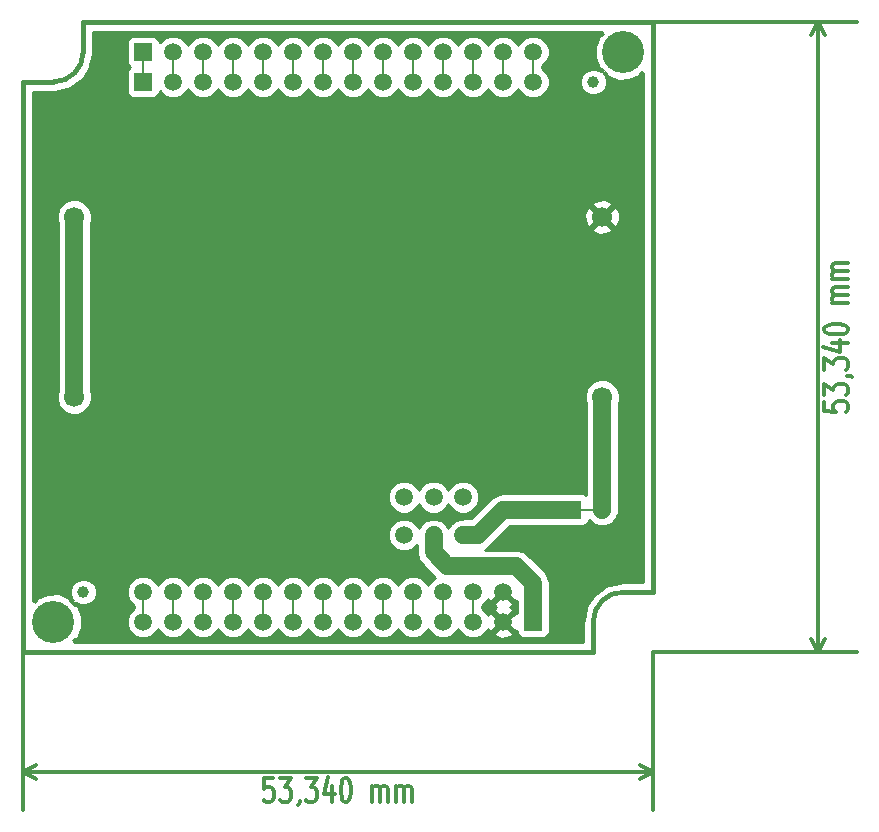
<source format=gtl>
G04 (created by PCBNEW (2013-mar-13)-testing) date Thu 27 Jun 2013 11:50:03 AM CEST*
%MOIN*%
G04 Gerber Fmt 3.4, Leading zero omitted, Abs format*
%FSLAX34Y34*%
G01*
G70*
G90*
G04 APERTURE LIST*
%ADD10C,0.005906*%
%ADD11C,0.015000*%
%ADD12C,0.012000*%
%ADD13C,0.059100*%
%ADD14C,0.066929*%
%ADD15C,0.140000*%
%ADD16R,0.060000X0.060000*%
%ADD17C,0.060000*%
%ADD18C,0.039370*%
%ADD19R,0.059100X0.059100*%
%ADD20C,0.028000*%
%ADD21C,0.060000*%
%ADD22C,0.008000*%
%ADD23C,0.006000*%
%ADD24C,0.010000*%
G04 APERTURE END LIST*
G54D10*
G54D11*
X44000Y-47500D02*
X44000Y-66500D01*
X25000Y-47500D02*
X44000Y-47500D01*
X23000Y-68500D02*
X23000Y-49500D01*
X42000Y-68500D02*
X23000Y-68500D01*
X42000Y-67500D02*
X42000Y-68500D01*
X43000Y-66500D02*
X44000Y-66500D01*
X24000Y-49500D02*
X23000Y-49500D01*
X25000Y-48500D02*
X25000Y-47500D01*
X24000Y-49500D02*
G75*
G03X25000Y-48500I0J1000D01*
G74*
G01*
X43000Y-66500D02*
G75*
G03X42000Y-67500I0J-1000D01*
G74*
G01*
G54D12*
X31328Y-72700D02*
X31042Y-72700D01*
X31014Y-73081D01*
X31042Y-73043D01*
X31099Y-73005D01*
X31242Y-73005D01*
X31299Y-73043D01*
X31328Y-73081D01*
X31357Y-73158D01*
X31357Y-73348D01*
X31328Y-73424D01*
X31299Y-73462D01*
X31242Y-73500D01*
X31099Y-73500D01*
X31042Y-73462D01*
X31014Y-73424D01*
X31557Y-72700D02*
X31928Y-72700D01*
X31728Y-73005D01*
X31814Y-73005D01*
X31871Y-73043D01*
X31899Y-73081D01*
X31928Y-73158D01*
X31928Y-73348D01*
X31899Y-73424D01*
X31871Y-73462D01*
X31814Y-73500D01*
X31642Y-73500D01*
X31585Y-73462D01*
X31557Y-73424D01*
X32214Y-73462D02*
X32214Y-73500D01*
X32185Y-73577D01*
X32157Y-73615D01*
X32414Y-72700D02*
X32785Y-72700D01*
X32585Y-73005D01*
X32671Y-73005D01*
X32728Y-73043D01*
X32757Y-73081D01*
X32785Y-73158D01*
X32785Y-73348D01*
X32757Y-73424D01*
X32728Y-73462D01*
X32671Y-73500D01*
X32500Y-73500D01*
X32442Y-73462D01*
X32414Y-73424D01*
X33300Y-72967D02*
X33300Y-73500D01*
X33157Y-72662D02*
X33014Y-73234D01*
X33385Y-73234D01*
X33728Y-72700D02*
X33785Y-72700D01*
X33842Y-72739D01*
X33871Y-72777D01*
X33900Y-72853D01*
X33928Y-73005D01*
X33928Y-73196D01*
X33900Y-73348D01*
X33871Y-73424D01*
X33842Y-73462D01*
X33785Y-73500D01*
X33728Y-73500D01*
X33671Y-73462D01*
X33642Y-73424D01*
X33614Y-73348D01*
X33585Y-73196D01*
X33585Y-73005D01*
X33614Y-72853D01*
X33642Y-72777D01*
X33671Y-72739D01*
X33728Y-72700D01*
X34642Y-73500D02*
X34642Y-72967D01*
X34642Y-73043D02*
X34671Y-73005D01*
X34728Y-72967D01*
X34814Y-72967D01*
X34871Y-73005D01*
X34900Y-73081D01*
X34900Y-73500D01*
X34900Y-73081D02*
X34928Y-73005D01*
X34985Y-72967D01*
X35071Y-72967D01*
X35128Y-73005D01*
X35157Y-73081D01*
X35157Y-73500D01*
X35442Y-73500D02*
X35442Y-72967D01*
X35442Y-73043D02*
X35471Y-73005D01*
X35528Y-72967D01*
X35614Y-72967D01*
X35671Y-73005D01*
X35700Y-73081D01*
X35700Y-73500D01*
X35700Y-73081D02*
X35728Y-73005D01*
X35785Y-72967D01*
X35871Y-72967D01*
X35928Y-73005D01*
X35957Y-73081D01*
X35957Y-73500D01*
X23000Y-72499D02*
X44000Y-72499D01*
X23000Y-68500D02*
X23000Y-73779D01*
X44000Y-68500D02*
X44000Y-73779D01*
X44000Y-72499D02*
X43557Y-72729D01*
X44000Y-72499D02*
X43557Y-72269D01*
X23000Y-72499D02*
X23443Y-72729D01*
X23000Y-72499D02*
X23443Y-72269D01*
X49701Y-60171D02*
X49701Y-60457D01*
X50082Y-60485D01*
X50044Y-60457D01*
X50006Y-60400D01*
X50006Y-60257D01*
X50044Y-60200D01*
X50082Y-60171D01*
X50159Y-60142D01*
X50349Y-60142D01*
X50425Y-60171D01*
X50463Y-60200D01*
X50501Y-60257D01*
X50501Y-60400D01*
X50463Y-60457D01*
X50425Y-60485D01*
X49701Y-59942D02*
X49701Y-59571D01*
X50006Y-59771D01*
X50006Y-59685D01*
X50044Y-59628D01*
X50082Y-59600D01*
X50159Y-59571D01*
X50349Y-59571D01*
X50425Y-59600D01*
X50463Y-59628D01*
X50501Y-59685D01*
X50501Y-59857D01*
X50463Y-59914D01*
X50425Y-59942D01*
X50463Y-59285D02*
X50501Y-59285D01*
X50578Y-59314D01*
X50616Y-59342D01*
X49701Y-59085D02*
X49701Y-58714D01*
X50006Y-58914D01*
X50006Y-58828D01*
X50044Y-58771D01*
X50082Y-58742D01*
X50159Y-58714D01*
X50349Y-58714D01*
X50425Y-58742D01*
X50463Y-58771D01*
X50501Y-58828D01*
X50501Y-59000D01*
X50463Y-59057D01*
X50425Y-59085D01*
X49968Y-58200D02*
X50501Y-58200D01*
X49663Y-58342D02*
X50235Y-58485D01*
X50235Y-58114D01*
X49701Y-57771D02*
X49701Y-57714D01*
X49740Y-57657D01*
X49778Y-57628D01*
X49854Y-57600D01*
X50006Y-57571D01*
X50197Y-57571D01*
X50349Y-57600D01*
X50425Y-57628D01*
X50463Y-57657D01*
X50501Y-57714D01*
X50501Y-57771D01*
X50463Y-57828D01*
X50425Y-57857D01*
X50349Y-57885D01*
X50197Y-57914D01*
X50006Y-57914D01*
X49854Y-57885D01*
X49778Y-57857D01*
X49740Y-57828D01*
X49701Y-57771D01*
X50501Y-56857D02*
X49968Y-56857D01*
X50044Y-56857D02*
X50006Y-56828D01*
X49968Y-56771D01*
X49968Y-56685D01*
X50006Y-56628D01*
X50082Y-56599D01*
X50501Y-56599D01*
X50082Y-56599D02*
X50006Y-56571D01*
X49968Y-56514D01*
X49968Y-56428D01*
X50006Y-56371D01*
X50082Y-56342D01*
X50501Y-56342D01*
X50501Y-56057D02*
X49968Y-56057D01*
X50044Y-56057D02*
X50006Y-56028D01*
X49968Y-55971D01*
X49968Y-55885D01*
X50006Y-55828D01*
X50082Y-55799D01*
X50501Y-55799D01*
X50082Y-55799D02*
X50006Y-55771D01*
X49968Y-55714D01*
X49968Y-55628D01*
X50006Y-55571D01*
X50082Y-55542D01*
X50501Y-55542D01*
X49500Y-68500D02*
X49500Y-47500D01*
X44000Y-68500D02*
X50780Y-68500D01*
X44000Y-47500D02*
X50780Y-47500D01*
X49500Y-47500D02*
X49730Y-47943D01*
X49500Y-47500D02*
X49270Y-47943D01*
X49500Y-68500D02*
X49730Y-68057D01*
X49500Y-68500D02*
X49270Y-68057D01*
G54D13*
X36677Y-63338D03*
X35693Y-63338D03*
X37661Y-63338D03*
X37661Y-64598D03*
X36677Y-64598D03*
X35693Y-64598D03*
G54D14*
X24701Y-60000D03*
X42299Y-60000D03*
X42299Y-54000D03*
X24701Y-54000D03*
G54D15*
X43000Y-48500D03*
X24000Y-67500D03*
G54D16*
X41300Y-63760D03*
G54D17*
X42300Y-63760D03*
G54D18*
X25000Y-66500D03*
X42000Y-49500D03*
G54D13*
X40000Y-49500D03*
X39000Y-49500D03*
X38000Y-49500D03*
X37000Y-49500D03*
X36000Y-49500D03*
X35000Y-49500D03*
X34000Y-49500D03*
X33000Y-49500D03*
X32000Y-49500D03*
X31000Y-49500D03*
X30000Y-49500D03*
X29000Y-49500D03*
X28000Y-49500D03*
G54D19*
X27000Y-49500D03*
X27000Y-48500D03*
G54D13*
X28000Y-48500D03*
X29000Y-48500D03*
X30000Y-48500D03*
X31000Y-48500D03*
X32000Y-48500D03*
X33000Y-48500D03*
X34000Y-48500D03*
X35000Y-48500D03*
X36000Y-48500D03*
X37000Y-48500D03*
X38000Y-48500D03*
X39000Y-48500D03*
X40000Y-48500D03*
X27000Y-66500D03*
X28000Y-66500D03*
X29000Y-66500D03*
X30000Y-66500D03*
X31000Y-66500D03*
X32000Y-66500D03*
X33000Y-66500D03*
X34000Y-66500D03*
X35000Y-66500D03*
X36000Y-66500D03*
X37000Y-66500D03*
X38000Y-66500D03*
X39000Y-66500D03*
G54D19*
X40000Y-66500D03*
X40000Y-67500D03*
G54D13*
X39000Y-67500D03*
X38000Y-67500D03*
X37000Y-67500D03*
X36000Y-67500D03*
X35000Y-67500D03*
X34000Y-67500D03*
X33000Y-67500D03*
X32000Y-67500D03*
X31000Y-67500D03*
X30000Y-67500D03*
X29000Y-67500D03*
X28000Y-67500D03*
X27000Y-67500D03*
G54D20*
X33500Y-61500D03*
X41500Y-50500D03*
X33500Y-52500D03*
X33500Y-55500D03*
X27500Y-54000D03*
X39000Y-54000D03*
X33500Y-58500D03*
X39000Y-60000D03*
X28000Y-60000D03*
G54D21*
X40000Y-66500D02*
X40000Y-66200D01*
X40000Y-66200D02*
X39440Y-65640D01*
X40000Y-67500D02*
X40000Y-66975D01*
X40000Y-66975D02*
X40000Y-66500D01*
X37140Y-65640D02*
X36677Y-65177D01*
X39440Y-65640D02*
X37140Y-65640D01*
G54D22*
X36677Y-65177D02*
X36677Y-64598D01*
G54D21*
X36677Y-64598D02*
X36677Y-65177D01*
G54D22*
X27000Y-66500D02*
X27000Y-67500D01*
X31000Y-48500D02*
X31000Y-49500D01*
X35000Y-48500D02*
X35000Y-49500D01*
X36000Y-48500D02*
X36000Y-49500D01*
X37000Y-48500D02*
X37000Y-49500D01*
X38000Y-48500D02*
X38000Y-49500D01*
X39000Y-49500D02*
X39000Y-48500D01*
X40000Y-48500D02*
X40000Y-49500D01*
X27000Y-48500D02*
X27000Y-49500D01*
X28000Y-48500D02*
X28000Y-49500D01*
X33000Y-48500D02*
X33000Y-49500D01*
X32000Y-48500D02*
X32000Y-49500D01*
X29000Y-48500D02*
X29000Y-49500D01*
X30000Y-48500D02*
X30000Y-49500D01*
X34000Y-48500D02*
X34000Y-49500D01*
X29000Y-67500D02*
X29000Y-66500D01*
X28000Y-66500D02*
X28000Y-67500D01*
G54D21*
X42300Y-63760D02*
X42300Y-60001D01*
X42300Y-60001D02*
X42299Y-60000D01*
X38990Y-63760D02*
X41300Y-63760D01*
G54D23*
X42300Y-63760D02*
X41300Y-63760D01*
G54D21*
X38151Y-64598D02*
X38990Y-63760D01*
X37661Y-64598D02*
X38151Y-64598D01*
X33500Y-60000D02*
X33500Y-61500D01*
X33500Y-54000D02*
X33500Y-52500D01*
X33500Y-54000D02*
X33500Y-55500D01*
X39000Y-54000D02*
X33500Y-54000D01*
X33500Y-54000D02*
X27500Y-54000D01*
X33500Y-60000D02*
X33500Y-58500D01*
X39000Y-60000D02*
X33500Y-60000D01*
X33500Y-60000D02*
X28000Y-60000D01*
X24701Y-54000D02*
X24701Y-60000D01*
G54D22*
X30000Y-66500D02*
X30000Y-67500D01*
X37000Y-66500D02*
X37000Y-67500D01*
X36000Y-66500D02*
X36000Y-67500D01*
X31000Y-66500D02*
X31000Y-67500D01*
X33000Y-66500D02*
X33000Y-67500D01*
X34000Y-66500D02*
X34000Y-67500D01*
X35000Y-66500D02*
X35000Y-67500D01*
X32000Y-66500D02*
X32000Y-67500D01*
X38000Y-66500D02*
X38000Y-67500D01*
G54D10*
G36*
X24076Y-67505D02*
X24005Y-67576D01*
X24000Y-67570D01*
X23994Y-67576D01*
X23923Y-67505D01*
X23929Y-67500D01*
X23923Y-67494D01*
X23994Y-67423D01*
X24000Y-67429D01*
X24005Y-67423D01*
X24076Y-67494D01*
X24070Y-67500D01*
X24076Y-67505D01*
X24076Y-67505D01*
G37*
G54D24*
X24076Y-67505D02*
X24005Y-67576D01*
X24000Y-67570D01*
X23994Y-67576D01*
X23923Y-67505D01*
X23929Y-67500D01*
X23923Y-67494D01*
X23994Y-67423D01*
X24000Y-67429D01*
X24005Y-67423D01*
X24076Y-67494D01*
X24070Y-67500D01*
X24076Y-67505D01*
G54D10*
G36*
X43076Y-48505D02*
X43005Y-48576D01*
X43000Y-48570D01*
X42994Y-48576D01*
X42929Y-48511D01*
X42923Y-48505D01*
X42929Y-48500D01*
X42923Y-48494D01*
X42994Y-48423D01*
X43000Y-48429D01*
X43005Y-48423D01*
X43076Y-48494D01*
X43070Y-48500D01*
X43076Y-48505D01*
X43076Y-48505D01*
G37*
G54D24*
X43076Y-48505D02*
X43005Y-48576D01*
X43000Y-48570D01*
X42994Y-48576D01*
X42929Y-48511D01*
X42923Y-48505D01*
X42929Y-48500D01*
X42923Y-48494D01*
X42994Y-48423D01*
X43000Y-48429D01*
X43005Y-48423D01*
X43076Y-48494D01*
X43070Y-48500D01*
X43076Y-48505D01*
G54D10*
G36*
X43675Y-66175D02*
X43604Y-66175D01*
X43000Y-66175D01*
X42968Y-66181D01*
X42936Y-66181D01*
X42888Y-66190D01*
X42888Y-54090D01*
X42877Y-53857D01*
X42808Y-53691D01*
X42710Y-53659D01*
X42639Y-53730D01*
X42639Y-53588D01*
X42607Y-53490D01*
X42446Y-53431D01*
X42389Y-53410D01*
X42156Y-53421D01*
X41990Y-53490D01*
X41958Y-53588D01*
X42299Y-53929D01*
X42639Y-53588D01*
X42639Y-53730D01*
X42369Y-54000D01*
X42710Y-54340D01*
X42808Y-54308D01*
X42888Y-54090D01*
X42888Y-66190D01*
X42883Y-66191D01*
X42883Y-59884D01*
X42794Y-59669D01*
X42639Y-59513D01*
X42639Y-54411D01*
X42299Y-54070D01*
X42228Y-54141D01*
X42228Y-54000D01*
X41887Y-53659D01*
X41789Y-53691D01*
X41709Y-53909D01*
X41720Y-54142D01*
X41789Y-54308D01*
X41887Y-54340D01*
X42228Y-54000D01*
X42228Y-54141D01*
X41958Y-54411D01*
X41990Y-54509D01*
X42208Y-54589D01*
X42441Y-54578D01*
X42607Y-54509D01*
X42639Y-54411D01*
X42639Y-59513D01*
X42630Y-59504D01*
X42415Y-59415D01*
X42183Y-59415D01*
X41968Y-59504D01*
X41803Y-59668D01*
X41714Y-59883D01*
X41714Y-60115D01*
X41750Y-60202D01*
X41750Y-63256D01*
X41741Y-63248D01*
X41649Y-63210D01*
X41550Y-63210D01*
X41300Y-63210D01*
X40950Y-63210D01*
X40545Y-63210D01*
X40545Y-49391D01*
X40462Y-49191D01*
X40309Y-49037D01*
X40290Y-49029D01*
X40290Y-48970D01*
X40308Y-48962D01*
X40462Y-48809D01*
X40545Y-48608D01*
X40545Y-48391D01*
X40462Y-48191D01*
X40309Y-48037D01*
X40108Y-47954D01*
X39891Y-47954D01*
X39691Y-48037D01*
X39537Y-48190D01*
X39500Y-48281D01*
X39462Y-48191D01*
X39309Y-48037D01*
X39108Y-47954D01*
X38891Y-47954D01*
X38691Y-48037D01*
X38537Y-48190D01*
X38500Y-48281D01*
X38462Y-48191D01*
X38309Y-48037D01*
X38108Y-47954D01*
X37891Y-47954D01*
X37691Y-48037D01*
X37537Y-48190D01*
X37500Y-48281D01*
X37462Y-48191D01*
X37309Y-48037D01*
X37108Y-47954D01*
X36891Y-47954D01*
X36691Y-48037D01*
X36537Y-48190D01*
X36500Y-48281D01*
X36462Y-48191D01*
X36309Y-48037D01*
X36108Y-47954D01*
X35891Y-47954D01*
X35691Y-48037D01*
X35537Y-48190D01*
X35500Y-48281D01*
X35462Y-48191D01*
X35309Y-48037D01*
X35108Y-47954D01*
X34891Y-47954D01*
X34691Y-48037D01*
X34537Y-48190D01*
X34500Y-48281D01*
X34462Y-48191D01*
X34309Y-48037D01*
X34108Y-47954D01*
X33891Y-47954D01*
X33691Y-48037D01*
X33537Y-48190D01*
X33500Y-48281D01*
X33462Y-48191D01*
X33309Y-48037D01*
X33108Y-47954D01*
X32891Y-47954D01*
X32691Y-48037D01*
X32537Y-48190D01*
X32500Y-48281D01*
X32462Y-48191D01*
X32309Y-48037D01*
X32108Y-47954D01*
X31891Y-47954D01*
X31691Y-48037D01*
X31537Y-48190D01*
X31500Y-48281D01*
X31462Y-48191D01*
X31309Y-48037D01*
X31108Y-47954D01*
X30891Y-47954D01*
X30691Y-48037D01*
X30537Y-48190D01*
X30500Y-48281D01*
X30462Y-48191D01*
X30309Y-48037D01*
X30108Y-47954D01*
X29891Y-47954D01*
X29691Y-48037D01*
X29537Y-48190D01*
X29500Y-48281D01*
X29462Y-48191D01*
X29309Y-48037D01*
X29108Y-47954D01*
X28891Y-47954D01*
X28691Y-48037D01*
X28537Y-48190D01*
X28500Y-48281D01*
X28462Y-48191D01*
X28309Y-48037D01*
X28108Y-47954D01*
X27891Y-47954D01*
X27691Y-48037D01*
X27545Y-48182D01*
X27545Y-48154D01*
X27507Y-48062D01*
X27437Y-47992D01*
X27345Y-47954D01*
X27245Y-47954D01*
X26654Y-47954D01*
X26562Y-47992D01*
X26492Y-48062D01*
X26454Y-48154D01*
X26454Y-48254D01*
X26454Y-48845D01*
X26492Y-48937D01*
X26555Y-49000D01*
X26492Y-49062D01*
X26454Y-49154D01*
X26454Y-49254D01*
X26454Y-49845D01*
X26492Y-49937D01*
X26562Y-50007D01*
X26654Y-50045D01*
X26754Y-50045D01*
X27345Y-50045D01*
X27437Y-50007D01*
X27507Y-49937D01*
X27545Y-49845D01*
X27545Y-49816D01*
X27690Y-49962D01*
X27891Y-50045D01*
X28108Y-50045D01*
X28308Y-49962D01*
X28462Y-49809D01*
X28499Y-49718D01*
X28537Y-49808D01*
X28690Y-49962D01*
X28891Y-50045D01*
X29108Y-50045D01*
X29308Y-49962D01*
X29462Y-49809D01*
X29499Y-49718D01*
X29537Y-49808D01*
X29690Y-49962D01*
X29891Y-50045D01*
X30108Y-50045D01*
X30308Y-49962D01*
X30462Y-49809D01*
X30499Y-49718D01*
X30537Y-49808D01*
X30690Y-49962D01*
X30891Y-50045D01*
X31108Y-50045D01*
X31308Y-49962D01*
X31462Y-49809D01*
X31499Y-49718D01*
X31537Y-49808D01*
X31690Y-49962D01*
X31891Y-50045D01*
X32108Y-50045D01*
X32308Y-49962D01*
X32462Y-49809D01*
X32499Y-49718D01*
X32537Y-49808D01*
X32690Y-49962D01*
X32891Y-50045D01*
X33108Y-50045D01*
X33308Y-49962D01*
X33462Y-49809D01*
X33499Y-49718D01*
X33537Y-49808D01*
X33690Y-49962D01*
X33891Y-50045D01*
X34108Y-50045D01*
X34308Y-49962D01*
X34462Y-49809D01*
X34499Y-49718D01*
X34537Y-49808D01*
X34690Y-49962D01*
X34891Y-50045D01*
X35108Y-50045D01*
X35308Y-49962D01*
X35462Y-49809D01*
X35499Y-49718D01*
X35537Y-49808D01*
X35690Y-49962D01*
X35891Y-50045D01*
X36108Y-50045D01*
X36308Y-49962D01*
X36462Y-49809D01*
X36499Y-49718D01*
X36537Y-49808D01*
X36690Y-49962D01*
X36891Y-50045D01*
X37108Y-50045D01*
X37308Y-49962D01*
X37462Y-49809D01*
X37499Y-49718D01*
X37537Y-49808D01*
X37690Y-49962D01*
X37891Y-50045D01*
X38108Y-50045D01*
X38308Y-49962D01*
X38462Y-49809D01*
X38499Y-49718D01*
X38537Y-49808D01*
X38690Y-49962D01*
X38891Y-50045D01*
X39108Y-50045D01*
X39308Y-49962D01*
X39462Y-49809D01*
X39499Y-49718D01*
X39537Y-49808D01*
X39690Y-49962D01*
X39891Y-50045D01*
X40108Y-50045D01*
X40308Y-49962D01*
X40462Y-49809D01*
X40545Y-49608D01*
X40545Y-49391D01*
X40545Y-63210D01*
X38990Y-63210D01*
X38779Y-63251D01*
X38601Y-63371D01*
X38206Y-63765D01*
X38206Y-63230D01*
X38123Y-63029D01*
X37970Y-62876D01*
X37770Y-62793D01*
X37553Y-62792D01*
X37352Y-62875D01*
X37198Y-63029D01*
X37169Y-63100D01*
X37139Y-63029D01*
X36986Y-62876D01*
X36786Y-62793D01*
X36569Y-62792D01*
X36368Y-62875D01*
X36214Y-63029D01*
X36185Y-63100D01*
X36155Y-63029D01*
X36002Y-62876D01*
X35802Y-62793D01*
X35585Y-62792D01*
X35384Y-62875D01*
X35230Y-63029D01*
X35147Y-63229D01*
X35147Y-63446D01*
X35230Y-63647D01*
X35383Y-63800D01*
X35584Y-63883D01*
X35801Y-63884D01*
X36001Y-63801D01*
X36155Y-63647D01*
X36185Y-63576D01*
X36214Y-63647D01*
X36367Y-63800D01*
X36568Y-63883D01*
X36785Y-63884D01*
X36985Y-63801D01*
X37139Y-63647D01*
X37169Y-63576D01*
X37198Y-63647D01*
X37351Y-63800D01*
X37552Y-63883D01*
X37769Y-63884D01*
X37969Y-63801D01*
X38123Y-63647D01*
X38206Y-63447D01*
X38206Y-63230D01*
X38206Y-63765D01*
X37923Y-64048D01*
X37661Y-64048D01*
X37638Y-64052D01*
X37553Y-64052D01*
X37473Y-64085D01*
X37450Y-64090D01*
X37431Y-64103D01*
X37352Y-64135D01*
X37291Y-64196D01*
X37272Y-64209D01*
X37259Y-64228D01*
X37198Y-64289D01*
X37169Y-64360D01*
X37139Y-64289D01*
X37078Y-64228D01*
X37066Y-64209D01*
X37046Y-64196D01*
X36986Y-64136D01*
X36906Y-64103D01*
X36887Y-64090D01*
X36865Y-64085D01*
X36786Y-64053D01*
X36699Y-64053D01*
X36677Y-64048D01*
X36654Y-64052D01*
X36569Y-64052D01*
X36489Y-64085D01*
X36466Y-64090D01*
X36447Y-64103D01*
X36368Y-64135D01*
X36307Y-64196D01*
X36288Y-64209D01*
X36275Y-64228D01*
X36214Y-64289D01*
X36185Y-64360D01*
X36155Y-64289D01*
X36002Y-64136D01*
X35802Y-64053D01*
X35585Y-64052D01*
X35384Y-64135D01*
X35230Y-64289D01*
X35147Y-64489D01*
X35147Y-64706D01*
X35230Y-64907D01*
X35383Y-65060D01*
X35584Y-65143D01*
X35801Y-65144D01*
X36001Y-65061D01*
X36127Y-64936D01*
X36127Y-65177D01*
X36169Y-65387D01*
X36288Y-65566D01*
X36739Y-66017D01*
X36691Y-66037D01*
X36537Y-66190D01*
X36500Y-66281D01*
X36462Y-66191D01*
X36309Y-66037D01*
X36108Y-65954D01*
X35891Y-65954D01*
X35691Y-66037D01*
X35537Y-66190D01*
X35500Y-66281D01*
X35462Y-66191D01*
X35309Y-66037D01*
X35108Y-65954D01*
X34891Y-65954D01*
X34691Y-66037D01*
X34537Y-66190D01*
X34500Y-66281D01*
X34462Y-66191D01*
X34309Y-66037D01*
X34108Y-65954D01*
X33891Y-65954D01*
X33691Y-66037D01*
X33537Y-66190D01*
X33500Y-66281D01*
X33462Y-66191D01*
X33309Y-66037D01*
X33108Y-65954D01*
X32891Y-65954D01*
X32691Y-66037D01*
X32537Y-66190D01*
X32500Y-66281D01*
X32462Y-66191D01*
X32309Y-66037D01*
X32108Y-65954D01*
X31891Y-65954D01*
X31691Y-66037D01*
X31537Y-66190D01*
X31500Y-66281D01*
X31462Y-66191D01*
X31309Y-66037D01*
X31108Y-65954D01*
X30891Y-65954D01*
X30691Y-66037D01*
X30537Y-66190D01*
X30500Y-66281D01*
X30462Y-66191D01*
X30309Y-66037D01*
X30108Y-65954D01*
X29891Y-65954D01*
X29691Y-66037D01*
X29537Y-66190D01*
X29500Y-66281D01*
X29462Y-66191D01*
X29309Y-66037D01*
X29108Y-65954D01*
X28891Y-65954D01*
X28691Y-66037D01*
X28537Y-66190D01*
X28500Y-66281D01*
X28462Y-66191D01*
X28309Y-66037D01*
X28108Y-65954D01*
X27891Y-65954D01*
X27691Y-66037D01*
X27537Y-66190D01*
X27500Y-66281D01*
X27462Y-66191D01*
X27309Y-66037D01*
X27108Y-65954D01*
X26891Y-65954D01*
X26691Y-66037D01*
X26537Y-66190D01*
X26454Y-66391D01*
X26454Y-66608D01*
X26537Y-66808D01*
X26690Y-66962D01*
X26710Y-66970D01*
X26710Y-67029D01*
X26691Y-67037D01*
X26537Y-67190D01*
X26454Y-67391D01*
X26454Y-67608D01*
X26537Y-67808D01*
X26690Y-67962D01*
X26891Y-68045D01*
X27108Y-68045D01*
X27308Y-67962D01*
X27462Y-67809D01*
X27499Y-67718D01*
X27537Y-67808D01*
X27690Y-67962D01*
X27891Y-68045D01*
X28108Y-68045D01*
X28308Y-67962D01*
X28462Y-67809D01*
X28499Y-67718D01*
X28537Y-67808D01*
X28690Y-67962D01*
X28891Y-68045D01*
X29108Y-68045D01*
X29308Y-67962D01*
X29462Y-67809D01*
X29499Y-67718D01*
X29537Y-67808D01*
X29690Y-67962D01*
X29891Y-68045D01*
X30108Y-68045D01*
X30308Y-67962D01*
X30462Y-67809D01*
X30499Y-67718D01*
X30537Y-67808D01*
X30690Y-67962D01*
X30891Y-68045D01*
X31108Y-68045D01*
X31308Y-67962D01*
X31462Y-67809D01*
X31499Y-67718D01*
X31537Y-67808D01*
X31690Y-67962D01*
X31891Y-68045D01*
X32108Y-68045D01*
X32308Y-67962D01*
X32462Y-67809D01*
X32499Y-67718D01*
X32537Y-67808D01*
X32690Y-67962D01*
X32891Y-68045D01*
X33108Y-68045D01*
X33308Y-67962D01*
X33462Y-67809D01*
X33499Y-67718D01*
X33537Y-67808D01*
X33690Y-67962D01*
X33891Y-68045D01*
X34108Y-68045D01*
X34308Y-67962D01*
X34462Y-67809D01*
X34499Y-67718D01*
X34537Y-67808D01*
X34690Y-67962D01*
X34891Y-68045D01*
X35108Y-68045D01*
X35308Y-67962D01*
X35462Y-67809D01*
X35499Y-67718D01*
X35537Y-67808D01*
X35690Y-67962D01*
X35891Y-68045D01*
X36108Y-68045D01*
X36308Y-67962D01*
X36462Y-67809D01*
X36499Y-67718D01*
X36537Y-67808D01*
X36690Y-67962D01*
X36891Y-68045D01*
X37108Y-68045D01*
X37308Y-67962D01*
X37462Y-67809D01*
X37499Y-67718D01*
X37537Y-67808D01*
X37690Y-67962D01*
X37891Y-68045D01*
X38108Y-68045D01*
X38308Y-67962D01*
X38462Y-67809D01*
X38497Y-67724D01*
X38522Y-67785D01*
X38617Y-67811D01*
X38929Y-67500D01*
X38617Y-67188D01*
X38522Y-67214D01*
X38499Y-67279D01*
X38462Y-67191D01*
X38309Y-67037D01*
X38290Y-67029D01*
X38290Y-66970D01*
X38308Y-66962D01*
X38462Y-66809D01*
X38497Y-66724D01*
X38522Y-66785D01*
X38617Y-66811D01*
X38929Y-66500D01*
X38923Y-66494D01*
X38994Y-66423D01*
X39000Y-66429D01*
X39005Y-66423D01*
X39076Y-66494D01*
X39070Y-66500D01*
X39382Y-66811D01*
X39450Y-66792D01*
X39450Y-66975D01*
X39450Y-67207D01*
X39382Y-67188D01*
X39311Y-67258D01*
X39311Y-67117D01*
X39285Y-67022D01*
X39226Y-67001D01*
X39285Y-66977D01*
X39311Y-66882D01*
X39000Y-66570D01*
X38688Y-66882D01*
X38714Y-66977D01*
X38773Y-66998D01*
X38714Y-67022D01*
X38688Y-67117D01*
X39000Y-67429D01*
X39311Y-67117D01*
X39311Y-67258D01*
X39070Y-67500D01*
X39382Y-67811D01*
X39454Y-67791D01*
X39454Y-67845D01*
X39492Y-67937D01*
X39562Y-68007D01*
X39654Y-68045D01*
X39754Y-68045D01*
X39977Y-68045D01*
X40000Y-68050D01*
X40022Y-68045D01*
X40345Y-68045D01*
X40437Y-68007D01*
X40507Y-67937D01*
X40545Y-67845D01*
X40545Y-67745D01*
X40545Y-67522D01*
X40550Y-67500D01*
X40550Y-66975D01*
X40550Y-66500D01*
X40550Y-66200D01*
X40545Y-66177D01*
X40545Y-66177D01*
X40545Y-66154D01*
X40536Y-66133D01*
X40508Y-65989D01*
X40388Y-65811D01*
X39828Y-65251D01*
X39650Y-65131D01*
X39440Y-65090D01*
X38386Y-65090D01*
X38540Y-64987D01*
X39217Y-64310D01*
X40950Y-64310D01*
X41049Y-64310D01*
X41300Y-64310D01*
X41649Y-64310D01*
X41741Y-64271D01*
X41811Y-64201D01*
X41850Y-64109D01*
X41850Y-64087D01*
X41988Y-64225D01*
X42089Y-64268D01*
X42190Y-64309D01*
X42300Y-64310D01*
X42408Y-64310D01*
X42510Y-64268D01*
X42611Y-64226D01*
X42688Y-64148D01*
X42765Y-64071D01*
X42808Y-63970D01*
X42849Y-63869D01*
X42850Y-63760D01*
X42850Y-63651D01*
X42850Y-63650D01*
X42850Y-60197D01*
X42883Y-60116D01*
X42883Y-59884D01*
X42883Y-66191D01*
X42553Y-66257D01*
X42553Y-66257D01*
X42495Y-66281D01*
X42436Y-66305D01*
X42436Y-66305D01*
X42112Y-66522D01*
X42112Y-66522D01*
X42022Y-66612D01*
X41805Y-66936D01*
X41805Y-66936D01*
X41771Y-67019D01*
X41757Y-67053D01*
X41757Y-67053D01*
X41681Y-67436D01*
X41681Y-67468D01*
X41675Y-67500D01*
X41675Y-68175D01*
X39311Y-68175D01*
X39311Y-67882D01*
X39000Y-67570D01*
X38688Y-67882D01*
X38714Y-67977D01*
X38919Y-68050D01*
X39136Y-68039D01*
X39285Y-67977D01*
X39311Y-67882D01*
X39311Y-68175D01*
X25446Y-68175D01*
X24952Y-68175D01*
X24693Y-68175D01*
X24719Y-68148D01*
X24675Y-68104D01*
X24811Y-68028D01*
X24952Y-67677D01*
X24947Y-67299D01*
X24811Y-66971D01*
X24675Y-66895D01*
X24719Y-66851D01*
X24746Y-66878D01*
X24910Y-66946D01*
X25088Y-66946D01*
X25252Y-66879D01*
X25378Y-66753D01*
X25446Y-66589D01*
X25446Y-66411D01*
X25379Y-66247D01*
X25285Y-66153D01*
X25285Y-59884D01*
X25251Y-59800D01*
X25251Y-54199D01*
X25285Y-54116D01*
X25285Y-53884D01*
X25196Y-53669D01*
X25032Y-53504D01*
X24817Y-53415D01*
X24585Y-53415D01*
X24370Y-53504D01*
X24205Y-53668D01*
X24116Y-53883D01*
X24116Y-54115D01*
X24151Y-54199D01*
X24151Y-59800D01*
X24116Y-59883D01*
X24116Y-60115D01*
X24205Y-60330D01*
X24369Y-60495D01*
X24584Y-60584D01*
X24816Y-60584D01*
X25031Y-60495D01*
X25196Y-60331D01*
X25285Y-60116D01*
X25285Y-59884D01*
X25285Y-66153D01*
X25253Y-66121D01*
X25089Y-66053D01*
X24911Y-66053D01*
X24747Y-66120D01*
X24621Y-66246D01*
X24553Y-66410D01*
X24553Y-66588D01*
X24620Y-66752D01*
X24648Y-66780D01*
X24604Y-66824D01*
X24528Y-66688D01*
X24177Y-66547D01*
X23799Y-66552D01*
X23471Y-66688D01*
X23395Y-66824D01*
X23351Y-66780D01*
X23325Y-66806D01*
X23325Y-49825D01*
X24000Y-49825D01*
X24031Y-49818D01*
X24063Y-49818D01*
X24446Y-49742D01*
X24446Y-49742D01*
X24446Y-49742D01*
X24480Y-49728D01*
X24563Y-49694D01*
X24563Y-49694D01*
X24563Y-49694D01*
X24887Y-49477D01*
X24887Y-49477D01*
X24977Y-49387D01*
X24977Y-49387D01*
X24977Y-49387D01*
X25194Y-49063D01*
X25194Y-49063D01*
X25194Y-49063D01*
X25218Y-49004D01*
X25242Y-48946D01*
X25242Y-48946D01*
X25242Y-48946D01*
X25318Y-48563D01*
X25318Y-48531D01*
X25325Y-48500D01*
X25325Y-47825D01*
X42306Y-47825D01*
X42280Y-47851D01*
X42324Y-47895D01*
X42188Y-47971D01*
X42047Y-48322D01*
X42052Y-48700D01*
X42188Y-49028D01*
X42324Y-49104D01*
X42280Y-49148D01*
X42253Y-49121D01*
X42089Y-49053D01*
X41911Y-49053D01*
X41747Y-49120D01*
X41621Y-49246D01*
X41553Y-49410D01*
X41553Y-49588D01*
X41620Y-49752D01*
X41746Y-49878D01*
X41910Y-49946D01*
X42088Y-49946D01*
X42252Y-49879D01*
X42378Y-49753D01*
X42446Y-49589D01*
X42446Y-49411D01*
X42379Y-49247D01*
X42351Y-49219D01*
X42395Y-49175D01*
X42471Y-49311D01*
X42822Y-49452D01*
X43200Y-49447D01*
X43528Y-49311D01*
X43604Y-49175D01*
X43604Y-49175D01*
X43648Y-49219D01*
X43675Y-49193D01*
X43675Y-66175D01*
X43675Y-66175D01*
G37*
G54D24*
X43675Y-66175D02*
X43604Y-66175D01*
X43000Y-66175D01*
X42968Y-66181D01*
X42936Y-66181D01*
X42888Y-66190D01*
X42888Y-54090D01*
X42877Y-53857D01*
X42808Y-53691D01*
X42710Y-53659D01*
X42639Y-53730D01*
X42639Y-53588D01*
X42607Y-53490D01*
X42446Y-53431D01*
X42389Y-53410D01*
X42156Y-53421D01*
X41990Y-53490D01*
X41958Y-53588D01*
X42299Y-53929D01*
X42639Y-53588D01*
X42639Y-53730D01*
X42369Y-54000D01*
X42710Y-54340D01*
X42808Y-54308D01*
X42888Y-54090D01*
X42888Y-66190D01*
X42883Y-66191D01*
X42883Y-59884D01*
X42794Y-59669D01*
X42639Y-59513D01*
X42639Y-54411D01*
X42299Y-54070D01*
X42228Y-54141D01*
X42228Y-54000D01*
X41887Y-53659D01*
X41789Y-53691D01*
X41709Y-53909D01*
X41720Y-54142D01*
X41789Y-54308D01*
X41887Y-54340D01*
X42228Y-54000D01*
X42228Y-54141D01*
X41958Y-54411D01*
X41990Y-54509D01*
X42208Y-54589D01*
X42441Y-54578D01*
X42607Y-54509D01*
X42639Y-54411D01*
X42639Y-59513D01*
X42630Y-59504D01*
X42415Y-59415D01*
X42183Y-59415D01*
X41968Y-59504D01*
X41803Y-59668D01*
X41714Y-59883D01*
X41714Y-60115D01*
X41750Y-60202D01*
X41750Y-63256D01*
X41741Y-63248D01*
X41649Y-63210D01*
X41550Y-63210D01*
X41300Y-63210D01*
X40950Y-63210D01*
X40545Y-63210D01*
X40545Y-49391D01*
X40462Y-49191D01*
X40309Y-49037D01*
X40290Y-49029D01*
X40290Y-48970D01*
X40308Y-48962D01*
X40462Y-48809D01*
X40545Y-48608D01*
X40545Y-48391D01*
X40462Y-48191D01*
X40309Y-48037D01*
X40108Y-47954D01*
X39891Y-47954D01*
X39691Y-48037D01*
X39537Y-48190D01*
X39500Y-48281D01*
X39462Y-48191D01*
X39309Y-48037D01*
X39108Y-47954D01*
X38891Y-47954D01*
X38691Y-48037D01*
X38537Y-48190D01*
X38500Y-48281D01*
X38462Y-48191D01*
X38309Y-48037D01*
X38108Y-47954D01*
X37891Y-47954D01*
X37691Y-48037D01*
X37537Y-48190D01*
X37500Y-48281D01*
X37462Y-48191D01*
X37309Y-48037D01*
X37108Y-47954D01*
X36891Y-47954D01*
X36691Y-48037D01*
X36537Y-48190D01*
X36500Y-48281D01*
X36462Y-48191D01*
X36309Y-48037D01*
X36108Y-47954D01*
X35891Y-47954D01*
X35691Y-48037D01*
X35537Y-48190D01*
X35500Y-48281D01*
X35462Y-48191D01*
X35309Y-48037D01*
X35108Y-47954D01*
X34891Y-47954D01*
X34691Y-48037D01*
X34537Y-48190D01*
X34500Y-48281D01*
X34462Y-48191D01*
X34309Y-48037D01*
X34108Y-47954D01*
X33891Y-47954D01*
X33691Y-48037D01*
X33537Y-48190D01*
X33500Y-48281D01*
X33462Y-48191D01*
X33309Y-48037D01*
X33108Y-47954D01*
X32891Y-47954D01*
X32691Y-48037D01*
X32537Y-48190D01*
X32500Y-48281D01*
X32462Y-48191D01*
X32309Y-48037D01*
X32108Y-47954D01*
X31891Y-47954D01*
X31691Y-48037D01*
X31537Y-48190D01*
X31500Y-48281D01*
X31462Y-48191D01*
X31309Y-48037D01*
X31108Y-47954D01*
X30891Y-47954D01*
X30691Y-48037D01*
X30537Y-48190D01*
X30500Y-48281D01*
X30462Y-48191D01*
X30309Y-48037D01*
X30108Y-47954D01*
X29891Y-47954D01*
X29691Y-48037D01*
X29537Y-48190D01*
X29500Y-48281D01*
X29462Y-48191D01*
X29309Y-48037D01*
X29108Y-47954D01*
X28891Y-47954D01*
X28691Y-48037D01*
X28537Y-48190D01*
X28500Y-48281D01*
X28462Y-48191D01*
X28309Y-48037D01*
X28108Y-47954D01*
X27891Y-47954D01*
X27691Y-48037D01*
X27545Y-48182D01*
X27545Y-48154D01*
X27507Y-48062D01*
X27437Y-47992D01*
X27345Y-47954D01*
X27245Y-47954D01*
X26654Y-47954D01*
X26562Y-47992D01*
X26492Y-48062D01*
X26454Y-48154D01*
X26454Y-48254D01*
X26454Y-48845D01*
X26492Y-48937D01*
X26555Y-49000D01*
X26492Y-49062D01*
X26454Y-49154D01*
X26454Y-49254D01*
X26454Y-49845D01*
X26492Y-49937D01*
X26562Y-50007D01*
X26654Y-50045D01*
X26754Y-50045D01*
X27345Y-50045D01*
X27437Y-50007D01*
X27507Y-49937D01*
X27545Y-49845D01*
X27545Y-49816D01*
X27690Y-49962D01*
X27891Y-50045D01*
X28108Y-50045D01*
X28308Y-49962D01*
X28462Y-49809D01*
X28499Y-49718D01*
X28537Y-49808D01*
X28690Y-49962D01*
X28891Y-50045D01*
X29108Y-50045D01*
X29308Y-49962D01*
X29462Y-49809D01*
X29499Y-49718D01*
X29537Y-49808D01*
X29690Y-49962D01*
X29891Y-50045D01*
X30108Y-50045D01*
X30308Y-49962D01*
X30462Y-49809D01*
X30499Y-49718D01*
X30537Y-49808D01*
X30690Y-49962D01*
X30891Y-50045D01*
X31108Y-50045D01*
X31308Y-49962D01*
X31462Y-49809D01*
X31499Y-49718D01*
X31537Y-49808D01*
X31690Y-49962D01*
X31891Y-50045D01*
X32108Y-50045D01*
X32308Y-49962D01*
X32462Y-49809D01*
X32499Y-49718D01*
X32537Y-49808D01*
X32690Y-49962D01*
X32891Y-50045D01*
X33108Y-50045D01*
X33308Y-49962D01*
X33462Y-49809D01*
X33499Y-49718D01*
X33537Y-49808D01*
X33690Y-49962D01*
X33891Y-50045D01*
X34108Y-50045D01*
X34308Y-49962D01*
X34462Y-49809D01*
X34499Y-49718D01*
X34537Y-49808D01*
X34690Y-49962D01*
X34891Y-50045D01*
X35108Y-50045D01*
X35308Y-49962D01*
X35462Y-49809D01*
X35499Y-49718D01*
X35537Y-49808D01*
X35690Y-49962D01*
X35891Y-50045D01*
X36108Y-50045D01*
X36308Y-49962D01*
X36462Y-49809D01*
X36499Y-49718D01*
X36537Y-49808D01*
X36690Y-49962D01*
X36891Y-50045D01*
X37108Y-50045D01*
X37308Y-49962D01*
X37462Y-49809D01*
X37499Y-49718D01*
X37537Y-49808D01*
X37690Y-49962D01*
X37891Y-50045D01*
X38108Y-50045D01*
X38308Y-49962D01*
X38462Y-49809D01*
X38499Y-49718D01*
X38537Y-49808D01*
X38690Y-49962D01*
X38891Y-50045D01*
X39108Y-50045D01*
X39308Y-49962D01*
X39462Y-49809D01*
X39499Y-49718D01*
X39537Y-49808D01*
X39690Y-49962D01*
X39891Y-50045D01*
X40108Y-50045D01*
X40308Y-49962D01*
X40462Y-49809D01*
X40545Y-49608D01*
X40545Y-49391D01*
X40545Y-63210D01*
X38990Y-63210D01*
X38779Y-63251D01*
X38601Y-63371D01*
X38206Y-63765D01*
X38206Y-63230D01*
X38123Y-63029D01*
X37970Y-62876D01*
X37770Y-62793D01*
X37553Y-62792D01*
X37352Y-62875D01*
X37198Y-63029D01*
X37169Y-63100D01*
X37139Y-63029D01*
X36986Y-62876D01*
X36786Y-62793D01*
X36569Y-62792D01*
X36368Y-62875D01*
X36214Y-63029D01*
X36185Y-63100D01*
X36155Y-63029D01*
X36002Y-62876D01*
X35802Y-62793D01*
X35585Y-62792D01*
X35384Y-62875D01*
X35230Y-63029D01*
X35147Y-63229D01*
X35147Y-63446D01*
X35230Y-63647D01*
X35383Y-63800D01*
X35584Y-63883D01*
X35801Y-63884D01*
X36001Y-63801D01*
X36155Y-63647D01*
X36185Y-63576D01*
X36214Y-63647D01*
X36367Y-63800D01*
X36568Y-63883D01*
X36785Y-63884D01*
X36985Y-63801D01*
X37139Y-63647D01*
X37169Y-63576D01*
X37198Y-63647D01*
X37351Y-63800D01*
X37552Y-63883D01*
X37769Y-63884D01*
X37969Y-63801D01*
X38123Y-63647D01*
X38206Y-63447D01*
X38206Y-63230D01*
X38206Y-63765D01*
X37923Y-64048D01*
X37661Y-64048D01*
X37638Y-64052D01*
X37553Y-64052D01*
X37473Y-64085D01*
X37450Y-64090D01*
X37431Y-64103D01*
X37352Y-64135D01*
X37291Y-64196D01*
X37272Y-64209D01*
X37259Y-64228D01*
X37198Y-64289D01*
X37169Y-64360D01*
X37139Y-64289D01*
X37078Y-64228D01*
X37066Y-64209D01*
X37046Y-64196D01*
X36986Y-64136D01*
X36906Y-64103D01*
X36887Y-64090D01*
X36865Y-64085D01*
X36786Y-64053D01*
X36699Y-64053D01*
X36677Y-64048D01*
X36654Y-64052D01*
X36569Y-64052D01*
X36489Y-64085D01*
X36466Y-64090D01*
X36447Y-64103D01*
X36368Y-64135D01*
X36307Y-64196D01*
X36288Y-64209D01*
X36275Y-64228D01*
X36214Y-64289D01*
X36185Y-64360D01*
X36155Y-64289D01*
X36002Y-64136D01*
X35802Y-64053D01*
X35585Y-64052D01*
X35384Y-64135D01*
X35230Y-64289D01*
X35147Y-64489D01*
X35147Y-64706D01*
X35230Y-64907D01*
X35383Y-65060D01*
X35584Y-65143D01*
X35801Y-65144D01*
X36001Y-65061D01*
X36127Y-64936D01*
X36127Y-65177D01*
X36169Y-65387D01*
X36288Y-65566D01*
X36739Y-66017D01*
X36691Y-66037D01*
X36537Y-66190D01*
X36500Y-66281D01*
X36462Y-66191D01*
X36309Y-66037D01*
X36108Y-65954D01*
X35891Y-65954D01*
X35691Y-66037D01*
X35537Y-66190D01*
X35500Y-66281D01*
X35462Y-66191D01*
X35309Y-66037D01*
X35108Y-65954D01*
X34891Y-65954D01*
X34691Y-66037D01*
X34537Y-66190D01*
X34500Y-66281D01*
X34462Y-66191D01*
X34309Y-66037D01*
X34108Y-65954D01*
X33891Y-65954D01*
X33691Y-66037D01*
X33537Y-66190D01*
X33500Y-66281D01*
X33462Y-66191D01*
X33309Y-66037D01*
X33108Y-65954D01*
X32891Y-65954D01*
X32691Y-66037D01*
X32537Y-66190D01*
X32500Y-66281D01*
X32462Y-66191D01*
X32309Y-66037D01*
X32108Y-65954D01*
X31891Y-65954D01*
X31691Y-66037D01*
X31537Y-66190D01*
X31500Y-66281D01*
X31462Y-66191D01*
X31309Y-66037D01*
X31108Y-65954D01*
X30891Y-65954D01*
X30691Y-66037D01*
X30537Y-66190D01*
X30500Y-66281D01*
X30462Y-66191D01*
X30309Y-66037D01*
X30108Y-65954D01*
X29891Y-65954D01*
X29691Y-66037D01*
X29537Y-66190D01*
X29500Y-66281D01*
X29462Y-66191D01*
X29309Y-66037D01*
X29108Y-65954D01*
X28891Y-65954D01*
X28691Y-66037D01*
X28537Y-66190D01*
X28500Y-66281D01*
X28462Y-66191D01*
X28309Y-66037D01*
X28108Y-65954D01*
X27891Y-65954D01*
X27691Y-66037D01*
X27537Y-66190D01*
X27500Y-66281D01*
X27462Y-66191D01*
X27309Y-66037D01*
X27108Y-65954D01*
X26891Y-65954D01*
X26691Y-66037D01*
X26537Y-66190D01*
X26454Y-66391D01*
X26454Y-66608D01*
X26537Y-66808D01*
X26690Y-66962D01*
X26710Y-66970D01*
X26710Y-67029D01*
X26691Y-67037D01*
X26537Y-67190D01*
X26454Y-67391D01*
X26454Y-67608D01*
X26537Y-67808D01*
X26690Y-67962D01*
X26891Y-68045D01*
X27108Y-68045D01*
X27308Y-67962D01*
X27462Y-67809D01*
X27499Y-67718D01*
X27537Y-67808D01*
X27690Y-67962D01*
X27891Y-68045D01*
X28108Y-68045D01*
X28308Y-67962D01*
X28462Y-67809D01*
X28499Y-67718D01*
X28537Y-67808D01*
X28690Y-67962D01*
X28891Y-68045D01*
X29108Y-68045D01*
X29308Y-67962D01*
X29462Y-67809D01*
X29499Y-67718D01*
X29537Y-67808D01*
X29690Y-67962D01*
X29891Y-68045D01*
X30108Y-68045D01*
X30308Y-67962D01*
X30462Y-67809D01*
X30499Y-67718D01*
X30537Y-67808D01*
X30690Y-67962D01*
X30891Y-68045D01*
X31108Y-68045D01*
X31308Y-67962D01*
X31462Y-67809D01*
X31499Y-67718D01*
X31537Y-67808D01*
X31690Y-67962D01*
X31891Y-68045D01*
X32108Y-68045D01*
X32308Y-67962D01*
X32462Y-67809D01*
X32499Y-67718D01*
X32537Y-67808D01*
X32690Y-67962D01*
X32891Y-68045D01*
X33108Y-68045D01*
X33308Y-67962D01*
X33462Y-67809D01*
X33499Y-67718D01*
X33537Y-67808D01*
X33690Y-67962D01*
X33891Y-68045D01*
X34108Y-68045D01*
X34308Y-67962D01*
X34462Y-67809D01*
X34499Y-67718D01*
X34537Y-67808D01*
X34690Y-67962D01*
X34891Y-68045D01*
X35108Y-68045D01*
X35308Y-67962D01*
X35462Y-67809D01*
X35499Y-67718D01*
X35537Y-67808D01*
X35690Y-67962D01*
X35891Y-68045D01*
X36108Y-68045D01*
X36308Y-67962D01*
X36462Y-67809D01*
X36499Y-67718D01*
X36537Y-67808D01*
X36690Y-67962D01*
X36891Y-68045D01*
X37108Y-68045D01*
X37308Y-67962D01*
X37462Y-67809D01*
X37499Y-67718D01*
X37537Y-67808D01*
X37690Y-67962D01*
X37891Y-68045D01*
X38108Y-68045D01*
X38308Y-67962D01*
X38462Y-67809D01*
X38497Y-67724D01*
X38522Y-67785D01*
X38617Y-67811D01*
X38929Y-67500D01*
X38617Y-67188D01*
X38522Y-67214D01*
X38499Y-67279D01*
X38462Y-67191D01*
X38309Y-67037D01*
X38290Y-67029D01*
X38290Y-66970D01*
X38308Y-66962D01*
X38462Y-66809D01*
X38497Y-66724D01*
X38522Y-66785D01*
X38617Y-66811D01*
X38929Y-66500D01*
X38923Y-66494D01*
X38994Y-66423D01*
X39000Y-66429D01*
X39005Y-66423D01*
X39076Y-66494D01*
X39070Y-66500D01*
X39382Y-66811D01*
X39450Y-66792D01*
X39450Y-66975D01*
X39450Y-67207D01*
X39382Y-67188D01*
X39311Y-67258D01*
X39311Y-67117D01*
X39285Y-67022D01*
X39226Y-67001D01*
X39285Y-66977D01*
X39311Y-66882D01*
X39000Y-66570D01*
X38688Y-66882D01*
X38714Y-66977D01*
X38773Y-66998D01*
X38714Y-67022D01*
X38688Y-67117D01*
X39000Y-67429D01*
X39311Y-67117D01*
X39311Y-67258D01*
X39070Y-67500D01*
X39382Y-67811D01*
X39454Y-67791D01*
X39454Y-67845D01*
X39492Y-67937D01*
X39562Y-68007D01*
X39654Y-68045D01*
X39754Y-68045D01*
X39977Y-68045D01*
X40000Y-68050D01*
X40022Y-68045D01*
X40345Y-68045D01*
X40437Y-68007D01*
X40507Y-67937D01*
X40545Y-67845D01*
X40545Y-67745D01*
X40545Y-67522D01*
X40550Y-67500D01*
X40550Y-66975D01*
X40550Y-66500D01*
X40550Y-66200D01*
X40545Y-66177D01*
X40545Y-66177D01*
X40545Y-66154D01*
X40536Y-66133D01*
X40508Y-65989D01*
X40388Y-65811D01*
X39828Y-65251D01*
X39650Y-65131D01*
X39440Y-65090D01*
X38386Y-65090D01*
X38540Y-64987D01*
X39217Y-64310D01*
X40950Y-64310D01*
X41049Y-64310D01*
X41300Y-64310D01*
X41649Y-64310D01*
X41741Y-64271D01*
X41811Y-64201D01*
X41850Y-64109D01*
X41850Y-64087D01*
X41988Y-64225D01*
X42089Y-64268D01*
X42190Y-64309D01*
X42300Y-64310D01*
X42408Y-64310D01*
X42510Y-64268D01*
X42611Y-64226D01*
X42688Y-64148D01*
X42765Y-64071D01*
X42808Y-63970D01*
X42849Y-63869D01*
X42850Y-63760D01*
X42850Y-63651D01*
X42850Y-63650D01*
X42850Y-60197D01*
X42883Y-60116D01*
X42883Y-59884D01*
X42883Y-66191D01*
X42553Y-66257D01*
X42553Y-66257D01*
X42495Y-66281D01*
X42436Y-66305D01*
X42436Y-66305D01*
X42112Y-66522D01*
X42112Y-66522D01*
X42022Y-66612D01*
X41805Y-66936D01*
X41805Y-66936D01*
X41771Y-67019D01*
X41757Y-67053D01*
X41757Y-67053D01*
X41681Y-67436D01*
X41681Y-67468D01*
X41675Y-67500D01*
X41675Y-68175D01*
X39311Y-68175D01*
X39311Y-67882D01*
X39000Y-67570D01*
X38688Y-67882D01*
X38714Y-67977D01*
X38919Y-68050D01*
X39136Y-68039D01*
X39285Y-67977D01*
X39311Y-67882D01*
X39311Y-68175D01*
X25446Y-68175D01*
X24952Y-68175D01*
X24693Y-68175D01*
X24719Y-68148D01*
X24675Y-68104D01*
X24811Y-68028D01*
X24952Y-67677D01*
X24947Y-67299D01*
X24811Y-66971D01*
X24675Y-66895D01*
X24719Y-66851D01*
X24746Y-66878D01*
X24910Y-66946D01*
X25088Y-66946D01*
X25252Y-66879D01*
X25378Y-66753D01*
X25446Y-66589D01*
X25446Y-66411D01*
X25379Y-66247D01*
X25285Y-66153D01*
X25285Y-59884D01*
X25251Y-59800D01*
X25251Y-54199D01*
X25285Y-54116D01*
X25285Y-53884D01*
X25196Y-53669D01*
X25032Y-53504D01*
X24817Y-53415D01*
X24585Y-53415D01*
X24370Y-53504D01*
X24205Y-53668D01*
X24116Y-53883D01*
X24116Y-54115D01*
X24151Y-54199D01*
X24151Y-59800D01*
X24116Y-59883D01*
X24116Y-60115D01*
X24205Y-60330D01*
X24369Y-60495D01*
X24584Y-60584D01*
X24816Y-60584D01*
X25031Y-60495D01*
X25196Y-60331D01*
X25285Y-60116D01*
X25285Y-59884D01*
X25285Y-66153D01*
X25253Y-66121D01*
X25089Y-66053D01*
X24911Y-66053D01*
X24747Y-66120D01*
X24621Y-66246D01*
X24553Y-66410D01*
X24553Y-66588D01*
X24620Y-66752D01*
X24648Y-66780D01*
X24604Y-66824D01*
X24528Y-66688D01*
X24177Y-66547D01*
X23799Y-66552D01*
X23471Y-66688D01*
X23395Y-66824D01*
X23351Y-66780D01*
X23325Y-66806D01*
X23325Y-49825D01*
X24000Y-49825D01*
X24031Y-49818D01*
X24063Y-49818D01*
X24446Y-49742D01*
X24446Y-49742D01*
X24446Y-49742D01*
X24480Y-49728D01*
X24563Y-49694D01*
X24563Y-49694D01*
X24563Y-49694D01*
X24887Y-49477D01*
X24887Y-49477D01*
X24977Y-49387D01*
X24977Y-49387D01*
X24977Y-49387D01*
X25194Y-49063D01*
X25194Y-49063D01*
X25194Y-49063D01*
X25218Y-49004D01*
X25242Y-48946D01*
X25242Y-48946D01*
X25242Y-48946D01*
X25318Y-48563D01*
X25318Y-48531D01*
X25325Y-48500D01*
X25325Y-47825D01*
X42306Y-47825D01*
X42280Y-47851D01*
X42324Y-47895D01*
X42188Y-47971D01*
X42047Y-48322D01*
X42052Y-48700D01*
X42188Y-49028D01*
X42324Y-49104D01*
X42280Y-49148D01*
X42253Y-49121D01*
X42089Y-49053D01*
X41911Y-49053D01*
X41747Y-49120D01*
X41621Y-49246D01*
X41553Y-49410D01*
X41553Y-49588D01*
X41620Y-49752D01*
X41746Y-49878D01*
X41910Y-49946D01*
X42088Y-49946D01*
X42252Y-49879D01*
X42378Y-49753D01*
X42446Y-49589D01*
X42446Y-49411D01*
X42379Y-49247D01*
X42351Y-49219D01*
X42395Y-49175D01*
X42471Y-49311D01*
X42822Y-49452D01*
X43200Y-49447D01*
X43528Y-49311D01*
X43604Y-49175D01*
X43604Y-49175D01*
X43648Y-49219D01*
X43675Y-49193D01*
X43675Y-66175D01*
M02*

</source>
